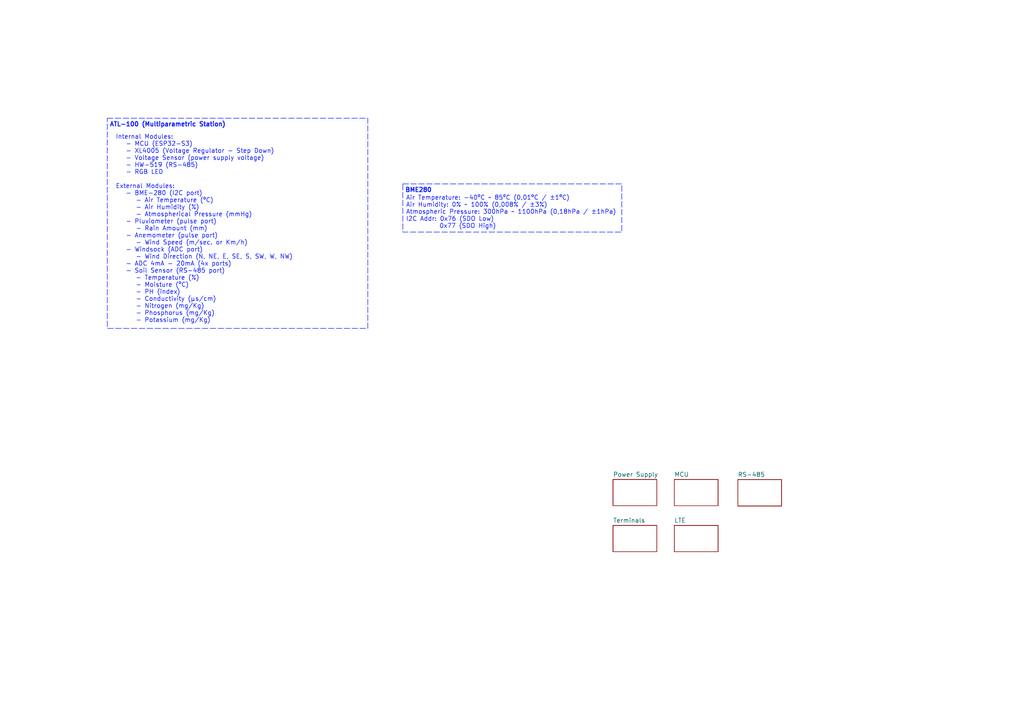
<source format=kicad_sch>
(kicad_sch
	(version 20250114)
	(generator "eeschema")
	(generator_version "9.0")
	(uuid "9f25808e-b525-4dd9-b9a0-a085d29b6aa9")
	(paper "A4")
	(title_block
		(title "ATL-100 (Multiparametric Station) - Main Board")
		(date "2025-06-02")
		(rev "v0.2.0")
		(company "AgroTechLab (Agribusiness Technology Development Laboratory)")
		(comment 1 "IFSC (Federal Institute of Santa Catarina)")
		(comment 2 "Author: Robson Costa (robson.costa@ifsc.edu.br)")
		(comment 3 "Licensed under CC-BY-SA 4.0")
		(comment 4 "Max. peak supply current: 906,6mA")
	)
	(lib_symbols)
	(rectangle
		(start 116.84 53.34)
		(end 180.34 67.31)
		(stroke
			(width 0)
			(type dash)
			(color 9 23 255 1)
		)
		(fill
			(type none)
		)
		(uuid b111abb3-dc05-4983-b15d-75d9f65a3920)
	)
	(rectangle
		(start 31.115 34.29)
		(end 106.68 95.25)
		(stroke
			(width 0)
			(type dash)
			(color 9 23 255 1)
		)
		(fill
			(type none)
		)
		(uuid e18e737f-4429-489d-80c4-12db1dc459d9)
	)
	(text "BME280"
		(exclude_from_sim no)
		(at 117.475 56.007 0)
		(effects
			(font
				(size 1.27 1.27)
				(thickness 0.254)
				(bold yes)
				(color 9 23 255 1)
			)
			(justify left bottom)
		)
		(uuid "8118cc7d-53b6-4d70-a3fd-166d4ab05c6b")
	)
	(text "Air Temperature: -40ºC ~ 85ºC (0,01ºC / ±1ºC)\nAir Humidity: 0% ~ 100% (0,008% / ±3%)\nAtmospheric Pressure: 300hPa ~ 1100hPa (0,18hPa / ±1hPa)\nI2C Addr: 0x76 (SDO Low)\n          0x77 (SDO High)"
		(exclude_from_sim no)
		(at 117.729 66.421 0)
		(effects
			(font
				(size 1.27 1.27)
				(color 9 23 255 1)
			)
			(justify left bottom)
		)
		(uuid "9375374d-4bd6-4491-ae12-b902cc161a4e")
	)
	(text "Internal Modules:\n   - MCU (ESP32-S3)\n   - XL4005 (Voltage Regulator - Step Down)\n   - Voltage Sensor (power supply voltage)\n   - HW-519 (RS-485)\n   - RGB LED\n\nExternal Modules:\n   - BME-280 (I2C port)\n      - Air Temperature (ºC)\n      - Air Humidity (%)\n      - Atmospherical Pressure (mmHg)\n   - Pluviometer (pulse port)\n      - Rain Amount (mm)\n   - Anemometer (pulse port)\n      - Wind Speed (m/sec. or Km/h)\n   - Windsock (ADC port)\n      - Wind Direction (N, NE, E, SE, S, SW, W, NW)\n   - ADC 4mA - 20mA (4x ports)\n   - Soil Sensor (RS-485 port)\n      - Temperature (%)\n      - Moisture (ºC)\n      - PH (index)\n      - Conductivity (µs/cm)\n      - Nitrogen (mg/Kg)\n      - Phosphorus (mg/Kg)\n      - Potassium (mg/Kg)"
		(exclude_from_sim no)
		(at 33.528 93.726 0)
		(effects
			(font
				(size 1.27 1.27)
				(color 9 23 255 1)
			)
			(justify left bottom)
		)
		(uuid "bbaaf6d0-505b-4577-bd1c-8781cc0ae7f3")
	)
	(text "ATL-100 (Multiparametric Station)"
		(exclude_from_sim no)
		(at 31.75 36.957 0)
		(effects
			(font
				(size 1.27 1.27)
				(thickness 0.254)
				(bold yes)
				(color 9 23 255 1)
			)
			(justify left bottom)
		)
		(uuid "d87250de-b4f5-483b-a33c-49e998cf6508")
	)
	(sheet
		(at 195.58 152.4)
		(size 12.7 7.62)
		(exclude_from_sim no)
		(in_bom yes)
		(on_board yes)
		(dnp no)
		(fields_autoplaced yes)
		(stroke
			(width 0.1524)
			(type solid)
		)
		(fill
			(color 0 0 0 0.0000)
		)
		(uuid "1b4e39de-3bab-471d-83cb-55681f42f8a7")
		(property "Sheetname" "LTE"
			(at 195.58 151.6884 0)
			(effects
				(font
					(size 1.27 1.27)
				)
				(justify left bottom)
			)
		)
		(property "Sheetfile" "atl100_lte.kicad_sch"
			(at 195.58 160.6046 0)
			(effects
				(font
					(size 1.27 1.27)
				)
				(justify left top)
				(hide yes)
			)
		)
		(instances
			(project "atl100"
				(path "/9f25808e-b525-4dd9-b9a0-a085d29b6aa9"
					(page "7")
				)
			)
		)
	)
	(sheet
		(at 213.995 139.1045)
		(size 12.7 7.6651)
		(exclude_from_sim no)
		(in_bom yes)
		(on_board yes)
		(dnp no)
		(fields_autoplaced yes)
		(stroke
			(width 0.1524)
			(type solid)
		)
		(fill
			(color 0 0 0 0.0000)
		)
		(uuid "8a01954d-e024-4ee7-97b8-27d2535202d8")
		(property "Sheetname" "RS-485"
			(at 213.995 138.3929 0)
			(effects
				(font
					(size 1.27 1.27)
				)
				(justify left bottom)
			)
		)
		(property "Sheetfile" "atl100_rs485.kicad_sch"
			(at 213.995 147.3542 0)
			(effects
				(font
					(size 1.27 1.27)
				)
				(justify left top)
				(hide yes)
			)
		)
		(instances
			(project "atl100"
				(path "/9f25808e-b525-4dd9-b9a0-a085d29b6aa9"
					(page "5")
				)
			)
		)
	)
	(sheet
		(at 195.5694 139.069)
		(size 12.7 7.62)
		(exclude_from_sim no)
		(in_bom yes)
		(on_board yes)
		(dnp no)
		(fields_autoplaced yes)
		(stroke
			(width 0.1524)
			(type solid)
		)
		(fill
			(color 0 0 0 0.0000)
		)
		(uuid "ea779f4c-b22e-42c2-a3f6-afd5ab6081d2")
		(property "Sheetname" "MCU"
			(at 195.5694 138.3574 0)
			(effects
				(font
					(size 1.27 1.27)
				)
				(justify left bottom)
			)
		)
		(property "Sheetfile" "atl100_mcu.kicad_sch"
			(at 195.5694 147.2736 0)
			(effects
				(font
					(size 1.27 1.27)
				)
				(justify left top)
				(hide yes)
			)
		)
		(instances
			(project "atl100"
				(path "/9f25808e-b525-4dd9-b9a0-a085d29b6aa9"
					(page "4")
				)
			)
		)
	)
	(sheet
		(at 177.8 139.065)
		(size 12.7 7.62)
		(exclude_from_sim no)
		(in_bom yes)
		(on_board yes)
		(dnp no)
		(fields_autoplaced yes)
		(stroke
			(width 0.1524)
			(type solid)
		)
		(fill
			(color 0 0 0 0.0000)
		)
		(uuid "eaaf634d-252e-431d-b15b-fb2b1eecc847")
		(property "Sheetname" "Power Supply"
			(at 177.8 138.3534 0)
			(effects
				(font
					(size 1.27 1.27)
				)
				(justify left bottom)
			)
		)
		(property "Sheetfile" "atl100_power_supply.kicad_sch"
			(at 177.8 147.2696 0)
			(effects
				(font
					(size 1.27 1.27)
				)
				(justify left top)
				(hide yes)
			)
		)
		(instances
			(project "atl100"
				(path "/9f25808e-b525-4dd9-b9a0-a085d29b6aa9"
					(page "3")
				)
			)
		)
	)
	(sheet
		(at 177.8 152.4)
		(size 12.7 7.62)
		(exclude_from_sim no)
		(in_bom yes)
		(on_board yes)
		(dnp no)
		(fields_autoplaced yes)
		(stroke
			(width 0.1524)
			(type solid)
		)
		(fill
			(color 0 0 0 0.0000)
		)
		(uuid "f4015ec4-291b-42dc-92bb-09c8eb2ad1c1")
		(property "Sheetname" "Terminals"
			(at 177.8 151.6884 0)
			(effects
				(font
					(size 1.27 1.27)
				)
				(justify left bottom)
			)
		)
		(property "Sheetfile" "atl100_terminals.kicad_sch"
			(at 177.8 160.6046 0)
			(effects
				(font
					(size 1.27 1.27)
				)
				(justify left top)
				(hide yes)
			)
		)
		(instances
			(project "atl100"
				(path "/9f25808e-b525-4dd9-b9a0-a085d29b6aa9"
					(page "2")
				)
			)
		)
	)
	(sheet_instances
		(path "/"
			(page "1")
		)
	)
	(embedded_fonts no)
)

</source>
